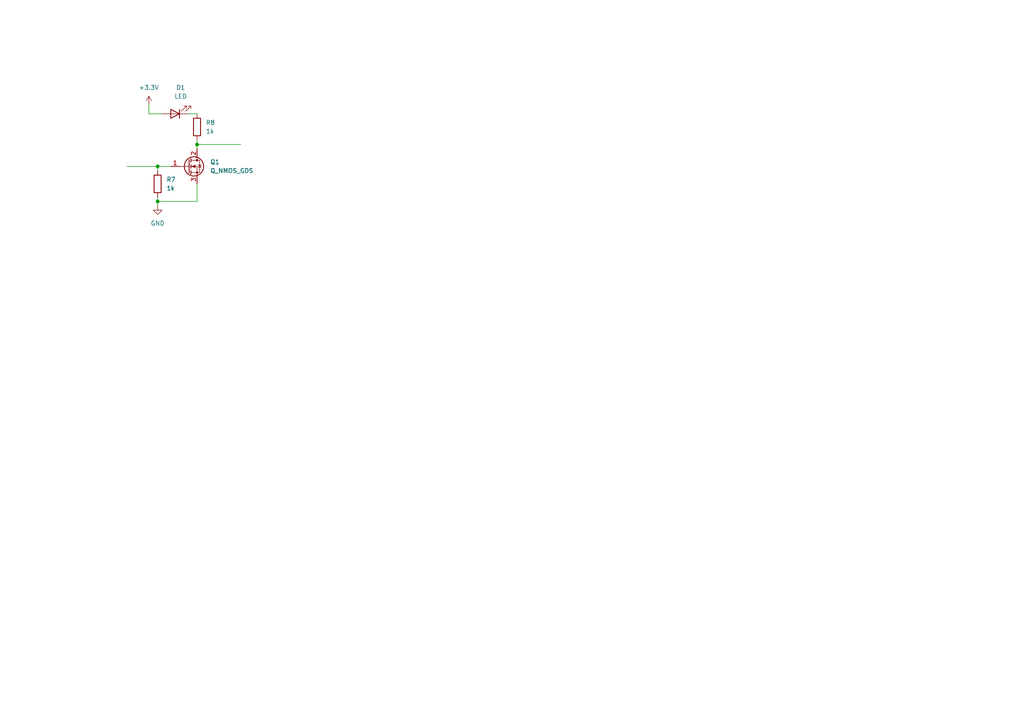
<source format=kicad_sch>
(kicad_sch (version 20211123) (generator eeschema)
  (paper "A4")
  (title_block (title "0.4") (date "2021-03-27") (rev "4d") (company "Speeduino"))
  (lib_symbols
    (symbol "Device:LED" (pin_numbers hide) (pin_names (offset 1.016) hide)
      (property "Reference" "D" (at 0 2.54 0))
      (property "Value" "LED" (at 0 -2.54 0))
      (symbol "LED_0_1"
        (polyline (pts (xy -1.27 -1.27) (xy -1.27 1.27)) (stroke (width 0.254)))
        (polyline (pts (xy -1.27 0) (xy 1.27 0)))
        (polyline (pts (xy 1.27 -1.27) (xy 1.27 1.27) (xy -1.27 0) (xy 1.27 -1.27)) (stroke (width 0.254)))
        (polyline (pts (xy -3.048 -0.762) (xy -4.572 -2.286) (xy -3.81 -2.286) (xy -4.572 -2.286) (xy -4.572 -1.524)))
        (polyline (pts (xy -1.778 -0.762) (xy -3.302 -2.286) (xy -2.54 -2.286) (xy -3.302 -2.286) (xy -3.302 -1.524)))
      )
      (symbol "LED_1_1"
        (pin passive line (at -3.81 0 0) (length 2.54) (name "K") (number "1"))
        (pin passive line (at 3.81 0 180) (length 2.54) (name "A") (number "2"))
      )
    )
    (symbol "Device:Q_NMOS_GDS" (pin_names (offset 0) hide)
      (property "Reference" "Q" (at 5.08 1.27 0))
      (property "Value" "Q_NMOS_GDS" (at 5.08 -1.27 0))
      (symbol "Q_NMOS_GDS_0_1"
        (polyline (pts (xy 0.254 0) (xy -2.54 0)))
        (polyline (pts (xy 0.254 1.905) (xy 0.254 -1.905)) (stroke (width 0.254)))
        (polyline (pts (xy 0.762 -1.27) (xy 0.762 -2.286)) (stroke (width 0.254)))
        (polyline (pts (xy 0.762 0.508) (xy 0.762 -0.508)) (stroke (width 0.254)))
        (polyline (pts (xy 0.762 2.286) (xy 0.762 1.27)) (stroke (width 0.254)))
        (polyline (pts (xy 2.54 2.54) (xy 2.54 1.778)))
        (polyline (pts (xy 2.54 -2.54) (xy 2.54 0) (xy 0.762 0)))
        (polyline (pts (xy 0.762 -1.778) (xy 3.302 -1.778) (xy 3.302 1.778) (xy 0.762 1.778)))
        (polyline (pts (xy 1.016 0) (xy 2.032 0.381) (xy 2.032 -0.381) (xy 1.016 0)) (fill (type outline)))
        (polyline (pts (xy 2.794 0.508) (xy 2.921 0.381) (xy 3.683 0.381) (xy 3.81 0.254)))
        (polyline (pts (xy 3.302 0.381) (xy 2.921 -0.254) (xy 3.683 -0.254) (xy 3.302 0.381)))
        (circle (center 1.651 0) (radius 2.794) (stroke (width 0.254)))
        (circle (center 2.54 -1.778) (radius 0.254) (fill (type outline)))
        (circle (center 2.54 1.778) (radius 0.254) (fill (type outline)))
      )
      (symbol "Q_NMOS_GDS_1_1"
        (pin input line (at -5.08 0 0) (length 2.54) (name "G") (number "1"))
        (pin passive line (at 2.54 5.08 270) (length 2.54) (name "D") (number "2"))
        (pin passive line (at 2.54 -5.08 90) (length 2.54) (name "S") (number "3"))
      )
    )
    (symbol "Device:R" (pin_numbers hide) (pin_names (offset 0))
      (property "Reference" "R" (at 2.032 0 90))
      (property "Value" "R" (at 0 0 90))
      (symbol "R_0_1"
        (rectangle (start -1.016 -2.54) (end 1.016 2.54) (stroke (width 0.254)))
      )
      (symbol "R_1_1"
        (pin passive line (at 0 3.81 270) (length 1.27) (name "~") (number "1"))
        (pin passive line (at 0 -3.81 90) (length 1.27) (name "~") (number "2"))
      )
    )
    (symbol "power:+3.3V" (power) (pin_names (offset 0))
      (property "Value" "+3.3V" (at 0 3.556 0))
      (symbol "+3.3V_0_1"
        (polyline (pts (xy -0.762 1.27) (xy 0 2.54)))
        (polyline (pts (xy 0 0) (xy 0 2.54)))
        (polyline (pts (xy 0 2.54) (xy 0.762 1.27)))
      )
      (symbol "+3.3V_1_1"
        (pin power_in line (at 0 0 90) (length 0) hide (name "+3.3V") (number "1"))
      )
    )
    (symbol "power:GND" (power) (pin_names (offset 0))
      (property "Value" "GND" (at 0 -3.81 0))
      (symbol "GND_0_1"
        (polyline (pts (xy 0 0) (xy 0 -1.27) (xy 1.27 -1.27) (xy 0 -2.54) (xy -1.27 -1.27) (xy 0 -1.27)))
      )
      (symbol "GND_1_1"
        (pin power_in line (at 0 0 270) (length 0) hide (name "GND") (number "1"))
      )
    )
  )
  (junction (at 45.72 48.26))
  (junction (at 57.15 41.91))
  (junction (at 45.72 58.42))
  (wire (pts (xy 45.72 49.53) (xy 45.72 48.26)))
  (wire (pts (xy 57.15 58.42) (xy 45.72 58.42)))
  (wire (pts (xy 45.72 58.42) (xy 45.72 59.69)))
  (wire (pts (xy 57.15 40.64) (xy 57.15 41.91)))
  (wire (pts (xy 54.61 33.02) (xy 57.15 33.02)))
  (wire (pts (xy 36.83 48.26) (xy 45.72 48.26)))
  (wire (pts (xy 57.15 41.91) (xy 69.85 41.91)))
  (wire (pts (xy 45.72 48.26) (xy 49.53 48.26)))
  (wire (pts (xy 45.72 58.42) (xy 45.72 57.15)))
  (wire (pts (xy 57.15 53.34) (xy 57.15 58.42)))
  (wire (pts (xy 57.15 41.91) (xy 57.15 43.18)))
  (wire (pts (xy 43.18 33.02) (xy 46.99 33.02)))
  (wire (pts (xy 43.18 30.48) (xy 43.18 33.02)))
  (symbol (lib_id "Device:R") (at 45.72 53.34 0) (unit 1)
    (property "Reference" "R7" (at 48.26 52.0699 0) (effects (justify left)))
    (property "Value" "1k" (at 48.26 54.6099 0) (effects (justify left)))
    (property "Footprint" "Resistor_SMD:R_0603_1608Metric" (effects hide))
    (property "JLCPCB" "C217840" (effects hide))
  )
  (symbol (lib_id "Device:Q_NMOS_GDS") (at 54.61 48.26 0) (unit 1)
    (property "Reference" "Q1" (at 60.96 46.9899 0) (effects (justify left)))
    (property "Value" "Q_NMOS_GDS" (at 60.96 49.5299 0) (effects (justify left)))
    (property "Footprint" "Package_TO_SOT_SMD:TO-252-2" (effects hide))
    (property "JLCPCB" "C396090" (effects hide))
  )
  (symbol (lib_id "power:+3.3V") (at 43.18 30.48 0) (unit 1)
    (property "Reference" "#PWR0109" (effects hide))
    (property "Value" "+3.3V" (at 43.18 25.4 0))
  )
  (symbol (lib_id "Device:R") (at 57.15 36.83 180) (unit 1)
    (property "Reference" "R8" (at 59.69 35.5599 0) (effects (justify right)))
    (property "Value" "1k" (at 59.69 38.0999 0) (effects (justify right)))
    (property "Footprint" "Resistor_SMD:R_0603_1608Metric" (effects hide))
    (property "JLCPCB" "C217840" (effects hide))
  )
  (symbol (lib_id "power:GND") (at 45.72 59.69 0) (unit 1)
    (property "Reference" "#PWR0110" (effects hide))
    (property "Value" "GND" (at 45.72 64.77 0))
  )
  (symbol (lib_id "Device:LED") (at 50.8 33.02 180) (unit 1)
    (property "Reference" "D1" (at 52.3875 25.4 0))
    (property "Value" "LED" (at 52.3875 27.94 0))
    (property "Footprint" "LED_SMD:LED_0603_1608Metric" (effects hide))
    (property "JLCPCB" "C126319" (effects hide))
  )
)
</source>
